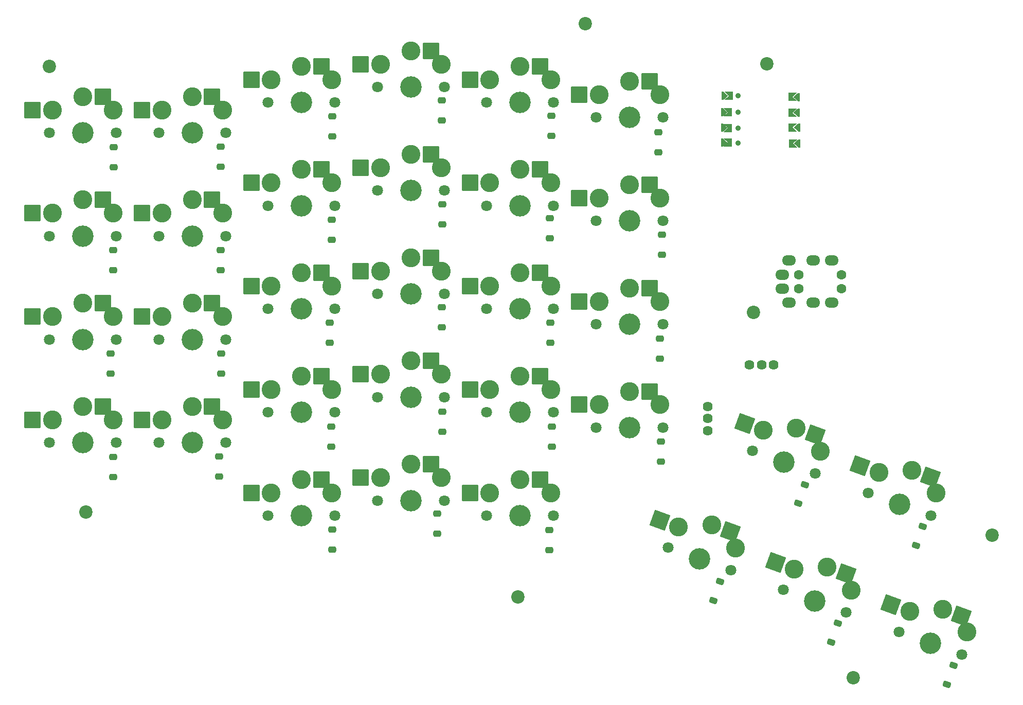
<source format=gbr>
%TF.GenerationSoftware,KiCad,Pcbnew,8.0.5*%
%TF.CreationDate,2024-12-08T15:47:30-07:00*%
%TF.ProjectId,Split V2,53706c69-7420-4563-922e-6b696361645f,rev?*%
%TF.SameCoordinates,Original*%
%TF.FileFunction,Soldermask,Top*%
%TF.FilePolarity,Negative*%
%FSLAX46Y46*%
G04 Gerber Fmt 4.6, Leading zero omitted, Abs format (unit mm)*
G04 Created by KiCad (PCBNEW 8.0.5) date 2024-12-08 15:47:30*
%MOMM*%
%LPD*%
G01*
G04 APERTURE LIST*
G04 Aperture macros list*
%AMRoundRect*
0 Rectangle with rounded corners*
0 $1 Rounding radius*
0 $2 $3 $4 $5 $6 $7 $8 $9 X,Y pos of 4 corners*
0 Add a 4 corners polygon primitive as box body*
4,1,4,$2,$3,$4,$5,$6,$7,$8,$9,$2,$3,0*
0 Add four circle primitives for the rounded corners*
1,1,$1+$1,$2,$3*
1,1,$1+$1,$4,$5*
1,1,$1+$1,$6,$7*
1,1,$1+$1,$8,$9*
0 Add four rect primitives between the rounded corners*
20,1,$1+$1,$2,$3,$4,$5,0*
20,1,$1+$1,$4,$5,$6,$7,0*
20,1,$1+$1,$6,$7,$8,$9,0*
20,1,$1+$1,$8,$9,$2,$3,0*%
%AMFreePoly0*
4,1,16,-0.268748,0.736095,-0.053455,0.733241,-0.020833,0.720556,0.670243,0.104055,0.686877,0.069591,0.674269,0.033459,0.670745,0.029887,-0.020331,-0.603612,-0.054755,-0.616751,-0.273640,-0.613962,-0.308806,-0.598868,-0.323003,-0.563822,-0.319411,0.686243,-0.304665,0.721556,-0.269267,0.736099,-0.268748,0.736095,-0.268748,0.736095,$1*%
%AMFreePoly1*
4,1,18,0.430189,0.257265,0.444834,0.221910,0.444834,-1.028090,0.430189,-1.063445,0.394834,-1.078090,-0.855166,-1.078090,-0.890521,-1.063445,-0.905166,-1.028090,-0.890521,-0.992735,-0.888451,-0.990779,-0.238633,-0.411084,-0.888953,0.185053,-0.905119,0.219739,-0.892023,0.255697,-0.857337,0.271863,-0.855166,0.271910,0.394834,0.271910,0.430189,0.257265,0.430189,0.257265,$1*%
%AMFreePoly2*
4,1,18,0.890521,0.257265,0.905166,0.221910,0.890521,0.186555,0.888953,0.185053,0.238633,-0.411084,0.888451,-0.990779,0.905085,-1.025243,0.892477,-1.061375,0.858013,-1.078009,0.855166,-1.078090,-0.394834,-1.078090,-0.430189,-1.063445,-0.444834,-1.028090,-0.444834,0.221910,-0.430189,0.257265,-0.394834,0.271910,0.855166,0.271910,0.890521,0.257265,0.890521,0.257265,$1*%
G04 Aperture macros list end*
%ADD10RoundRect,0.250000X0.400000X-0.250000X0.400000X0.250000X-0.400000X0.250000X-0.400000X-0.250000X0*%
%ADD11C,1.801800*%
%ADD12C,3.100000*%
%ADD13C,3.529000*%
%ADD14RoundRect,0.050000X-1.300000X-1.300000X1.300000X-1.300000X1.300000X1.300000X-1.300000X1.300000X0*%
%ADD15C,1.624000*%
%ADD16C,2.200000*%
%ADD17RoundRect,0.050000X-1.666227X-0.776974X0.776974X-1.666227X1.666227X0.776974X-0.776974X1.666227X0*%
%ADD18FreePoly0,0.000000*%
%ADD19C,0.900000*%
%ADD20FreePoly1,180.000000*%
%ADD21FreePoly2,0.000000*%
%ADD22FreePoly1,0.000000*%
%ADD23FreePoly0,180.000000*%
%ADD24FreePoly2,180.000000*%
%ADD25RoundRect,0.250000X0.290372X-0.371731X0.461382X0.098115X-0.290372X0.371731X-0.461382X-0.098115X0*%
%ADD26C,1.600000*%
%ADD27O,2.300000X1.700000*%
G04 APERTURE END LIST*
D10*
%TO.C,DX3\u002CY2*%
X132601803Y-93633910D03*
X132601803Y-90333910D03*
%TD*%
%TO.C,DX1\u002CY5*%
X186734423Y-130112226D03*
X186734423Y-126812226D03*
%TD*%
D11*
%TO.C,SWX1\u002CY0*%
X86110000Y-127040000D03*
D12*
X86610000Y-123290000D03*
X91610000Y-121090000D03*
D13*
X91610000Y-127040000D03*
D12*
X96610000Y-123290000D03*
D11*
X97110000Y-127040000D03*
D14*
X94885000Y-121090000D03*
X83335000Y-123290000D03*
%TD*%
D10*
%TO.C,DX3\u002CY3*%
X150762593Y-91086970D03*
X150762593Y-87786970D03*
%TD*%
D11*
%TO.C,SWX4\u002CY0*%
X86110000Y-76040000D03*
D12*
X86610000Y-72290000D03*
X91610000Y-70090000D03*
D13*
X91610000Y-76040000D03*
D12*
X96610000Y-72290000D03*
D11*
X97110000Y-76040000D03*
D14*
X94885000Y-70090000D03*
X83335000Y-72290000D03*
%TD*%
D15*
%TO.C,Joystick1*%
X194500629Y-125059163D03*
X205350629Y-114209163D03*
X194500629Y-123059163D03*
X203350629Y-114209163D03*
X194500629Y-121059163D03*
X201350629Y-114209163D03*
%TD*%
D16*
%TO.C,REF\u002A\u002A*%
X174342576Y-58074257D03*
%TD*%
D11*
%TO.C,SWX1\u002CY5*%
X176110000Y-124540000D03*
D12*
X176610000Y-120790000D03*
X181610000Y-118590000D03*
D13*
X181610000Y-124540000D03*
D12*
X186610000Y-120790000D03*
D11*
X187110000Y-124540000D03*
D14*
X184885000Y-118590000D03*
X173335000Y-120790000D03*
%TD*%
D11*
%TO.C,SWX1\u002CY4*%
X158110000Y-122040000D03*
D12*
X158610000Y-118290000D03*
X163610000Y-116090000D03*
D13*
X163610000Y-122040000D03*
D12*
X168610000Y-118290000D03*
D11*
X169110000Y-122040000D03*
D14*
X166885000Y-116090000D03*
X155335000Y-118290000D03*
%TD*%
D10*
%TO.C,DX2\u002CY2*%
X132211251Y-110611614D03*
X132211251Y-107311614D03*
%TD*%
D11*
%TO.C,SWX0\u002CY3*%
X187914140Y-144287073D03*
D12*
X189666561Y-140934236D03*
X195117469Y-140577013D03*
D13*
X193082449Y-146168184D03*
D12*
X199063488Y-144354437D03*
D11*
X198250758Y-148049295D03*
D17*
X198194962Y-141697129D03*
X186589068Y-139814120D03*
%TD*%
D10*
%TO.C,DX1\u002CY0*%
X96568428Y-132726583D03*
X96568428Y-129426583D03*
%TD*%
D11*
%TO.C,SWX3\u002CY1*%
X104110000Y-93040000D03*
D12*
X104610000Y-89290000D03*
X109610000Y-87090000D03*
D13*
X109610000Y-93040000D03*
D12*
X114610000Y-89290000D03*
D11*
X115110000Y-93040000D03*
D14*
X112885000Y-87090000D03*
X101335000Y-89290000D03*
%TD*%
D16*
%TO.C,REF\u002A\u002A*%
X204203785Y-64736757D03*
%TD*%
D10*
%TO.C,DX4\u002CY2*%
X132656338Y-76671168D03*
X132656338Y-73371168D03*
%TD*%
%TO.C,DX4\u002CY3*%
X150669480Y-74050404D03*
X150669480Y-70750404D03*
%TD*%
D18*
%TO.C,ProMicro1*%
X197110938Y-70059009D03*
D19*
X199486417Y-69986269D03*
D20*
X208200000Y-70536268D03*
D18*
X197000000Y-72736268D03*
D19*
X199450000Y-72636268D03*
D20*
X208200000Y-73186268D03*
D18*
X197000000Y-75286268D03*
D19*
X199450000Y-75286268D03*
D21*
X208150000Y-74736268D03*
D18*
X197000000Y-77736268D03*
D19*
X199500000Y-77736268D03*
D21*
X208250000Y-77386268D03*
D22*
X198046592Y-77232348D03*
D23*
X209350000Y-77736268D03*
D22*
X198046592Y-74832348D03*
D23*
X209350000Y-75086268D03*
D24*
X198050000Y-73086268D03*
D23*
X209300000Y-72686268D03*
D24*
X198193063Y-70388482D03*
D23*
X209300000Y-70086268D03*
%TD*%
D10*
%TO.C,DX3\u002CY4*%
X168517350Y-93412437D03*
X168517350Y-90112437D03*
%TD*%
D25*
%TO.C,DX0\u002CY5*%
X233833395Y-166809810D03*
X234962061Y-163708824D03*
%TD*%
D10*
%TO.C,DX1\u002CY1*%
X114009430Y-132615847D03*
X114009430Y-129315847D03*
%TD*%
D25*
%TO.C,DMR1*%
X228735487Y-143936229D03*
X229864153Y-140835243D03*
%TD*%
%TO.C,DX0\u002CY4*%
X214786712Y-159870321D03*
X215915378Y-156769335D03*
%TD*%
D10*
%TO.C,DX1\u002CY3*%
X150802734Y-125265948D03*
X150802734Y-121965948D03*
%TD*%
%TO.C,DX4\u002CY1*%
X114310987Y-81617400D03*
X114310987Y-78317400D03*
%TD*%
D11*
%TO.C,SWX3\u002CY2*%
X122110000Y-88040000D03*
D12*
X122610000Y-84290000D03*
X127610000Y-82090000D03*
D13*
X127610000Y-88040000D03*
D12*
X132610000Y-84290000D03*
D11*
X133110000Y-88040000D03*
D14*
X130885000Y-82090000D03*
X119335000Y-84290000D03*
%TD*%
D11*
%TO.C,SWX4\u002CY3*%
X140110000Y-68540000D03*
D12*
X140610000Y-64790000D03*
X145610000Y-62590000D03*
D13*
X145610000Y-68540000D03*
D12*
X150610000Y-64790000D03*
D11*
X151110000Y-68540000D03*
D14*
X148885000Y-62590000D03*
X137335000Y-64790000D03*
%TD*%
D10*
%TO.C,DX2\u002CY4*%
X168532832Y-110574702D03*
X168532832Y-107274702D03*
%TD*%
D11*
%TO.C,SWX2\u002CY2*%
X122110000Y-105040000D03*
D12*
X122610000Y-101290000D03*
X127610000Y-99090000D03*
D13*
X127610000Y-105040000D03*
D12*
X132610000Y-101290000D03*
D11*
X133110000Y-105040000D03*
D14*
X130885000Y-99090000D03*
X119335000Y-101290000D03*
%TD*%
D10*
%TO.C,DX4\u002CY5*%
X186326641Y-79255020D03*
X186326641Y-75955020D03*
%TD*%
D16*
%TO.C,REF\u002A\u002A*%
X218440000Y-165735000D03*
%TD*%
D11*
%TO.C,SWX0\u002CY0*%
X122110000Y-139040000D03*
D12*
X122610000Y-135290000D03*
X127610000Y-133090000D03*
D13*
X127610000Y-139040000D03*
D12*
X132610000Y-135290000D03*
D11*
X133110000Y-139040000D03*
D14*
X130885000Y-133090000D03*
X119335000Y-135290000D03*
%TD*%
D26*
%TO.C,J1*%
X216455848Y-99379405D03*
X209455848Y-99379405D03*
X216455848Y-101679405D03*
X209455848Y-101679405D03*
D27*
X206755848Y-99379405D03*
X206755848Y-101679405D03*
X207855848Y-97079405D03*
X207855848Y-103979405D03*
X211855848Y-97079405D03*
X211855848Y-103979405D03*
X214855848Y-97079405D03*
X214855848Y-103979405D03*
%TD*%
D10*
%TO.C,DX1\u002CY4*%
X168803195Y-127689087D03*
X168803195Y-124389087D03*
%TD*%
%TO.C,DX3\u002CY0*%
X96612432Y-98617053D03*
X96612432Y-95317053D03*
%TD*%
D11*
%TO.C,SWX3\u002CY4*%
X158110000Y-88040000D03*
D12*
X158610000Y-84290000D03*
X163610000Y-82090000D03*
D13*
X163610000Y-88040000D03*
D12*
X168610000Y-84290000D03*
D11*
X169110000Y-88040000D03*
D14*
X166885000Y-82090000D03*
X155335000Y-84290000D03*
%TD*%
D11*
%TO.C,SWX2\u002CY5*%
X176110000Y-107540000D03*
D12*
X176610000Y-103790000D03*
X181610000Y-101590000D03*
D13*
X181610000Y-107540000D03*
D12*
X186610000Y-103790000D03*
D11*
X187110000Y-107540000D03*
D14*
X184885000Y-101590000D03*
X173335000Y-103790000D03*
%TD*%
D10*
%TO.C,DX3\u002CY1*%
X114256452Y-98653966D03*
X114256452Y-95353966D03*
%TD*%
D11*
%TO.C,SWX2\u002CY1*%
X104110000Y-110040000D03*
D12*
X104610000Y-106290000D03*
X109610000Y-104090000D03*
D13*
X109610000Y-110040000D03*
D12*
X114610000Y-106290000D03*
D11*
X115110000Y-110040000D03*
D14*
X112885000Y-104090000D03*
X101335000Y-106290000D03*
%TD*%
D25*
%TO.C,DX0\u002CY3*%
X195397269Y-152967652D03*
X196525935Y-149866666D03*
%TD*%
D11*
%TO.C,SWX1\u002CY3*%
X140110000Y-119540000D03*
D12*
X140610000Y-115790000D03*
X145610000Y-113590000D03*
D13*
X145610000Y-119540000D03*
D12*
X150610000Y-115790000D03*
D11*
X151110000Y-119540000D03*
D14*
X148885000Y-113590000D03*
X137335000Y-115790000D03*
%TD*%
D16*
%TO.C,REF\u002A\u002A*%
X163195000Y-152400000D03*
%TD*%
D10*
%TO.C,DX0\u002CY2*%
X168381064Y-144686128D03*
X168381064Y-141386128D03*
%TD*%
D11*
%TO.C,SWX2\u002CY4*%
X158110000Y-105040000D03*
D12*
X158610000Y-101290000D03*
X163610000Y-99090000D03*
D13*
X163610000Y-105040000D03*
D12*
X168610000Y-101290000D03*
D11*
X169110000Y-105040000D03*
D14*
X166885000Y-99090000D03*
X155335000Y-101290000D03*
%TD*%
D11*
%TO.C,SWX1\u002CY2*%
X122110000Y-122040000D03*
D12*
X122610000Y-118290000D03*
X127610000Y-116090000D03*
D13*
X127610000Y-122040000D03*
D12*
X132610000Y-118290000D03*
D11*
X133110000Y-122040000D03*
D14*
X130885000Y-116090000D03*
X119335000Y-118290000D03*
%TD*%
D16*
%TO.C,REF\u002A\u002A*%
X202046541Y-105604357D03*
%TD*%
D10*
%TO.C,DX3\u002CY5*%
X186899613Y-96143938D03*
X186899613Y-92843938D03*
%TD*%
%TO.C,DX4\u002CY0*%
X96703880Y-81691224D03*
X96703880Y-78391224D03*
%TD*%
D11*
%TO.C,SWML1*%
X201862915Y-128352981D03*
D12*
X203615336Y-125000144D03*
X209066244Y-124642921D03*
D13*
X207031224Y-130234092D03*
D12*
X213012263Y-128420345D03*
D11*
X212199533Y-132115203D03*
D17*
X212143737Y-125763037D03*
X200537843Y-123880028D03*
%TD*%
D11*
%TO.C,SWX0\u002CY1*%
X140110000Y-136540000D03*
D12*
X140610000Y-132790000D03*
X145610000Y-130590000D03*
D13*
X145610000Y-136540000D03*
D12*
X150610000Y-132790000D03*
D11*
X151110000Y-136540000D03*
D14*
X148885000Y-130590000D03*
X137335000Y-132790000D03*
%TD*%
D25*
%TO.C,DML1*%
X209346044Y-137033560D03*
X210474710Y-133932574D03*
%TD*%
D11*
%TO.C,SWX4\u002CY4*%
X158110000Y-71040000D03*
D12*
X158610000Y-67290000D03*
X163610000Y-65090000D03*
D13*
X163610000Y-71040000D03*
D12*
X168610000Y-67290000D03*
D11*
X169110000Y-71040000D03*
D14*
X166885000Y-65090000D03*
X155335000Y-67290000D03*
%TD*%
D17*
%TO.C,SWX0\u002CY4*%
X205617844Y-146740028D03*
X217223738Y-148623037D03*
D11*
X217279534Y-154975203D03*
D12*
X218092264Y-151280345D03*
D13*
X212111225Y-153094092D03*
D12*
X214146245Y-147502921D03*
X208695337Y-147860144D03*
D11*
X206942916Y-151212981D03*
%TD*%
%TO.C,SWX2\u002CY3*%
X140110000Y-102540000D03*
D12*
X140610000Y-98790000D03*
X145610000Y-96590000D03*
D13*
X145610000Y-102540000D03*
D12*
X150610000Y-98790000D03*
D11*
X151110000Y-102540000D03*
D14*
X148885000Y-96590000D03*
X137335000Y-98790000D03*
%TD*%
D11*
%TO.C,SWX3\u002CY3*%
X140110000Y-85540000D03*
D12*
X140610000Y-81790000D03*
X145610000Y-79590000D03*
D13*
X145610000Y-85540000D03*
D12*
X150610000Y-81790000D03*
D11*
X151110000Y-85540000D03*
D14*
X148885000Y-79590000D03*
X137335000Y-81790000D03*
%TD*%
D11*
%TO.C,SWX0\u002CY2*%
X158110000Y-139040000D03*
D12*
X158610000Y-135290000D03*
X163610000Y-133090000D03*
D13*
X163610000Y-139040000D03*
D12*
X168610000Y-135290000D03*
D11*
X169110000Y-139040000D03*
D14*
X166885000Y-133090000D03*
X155335000Y-135290000D03*
%TD*%
D11*
%TO.C,SWX1\u002CY1*%
X104110000Y-127040000D03*
D12*
X104610000Y-123290000D03*
X109610000Y-121090000D03*
D13*
X109610000Y-127040000D03*
D12*
X114610000Y-123290000D03*
D11*
X115110000Y-127040000D03*
D14*
X112885000Y-121090000D03*
X101335000Y-123290000D03*
%TD*%
D10*
%TO.C,DX1\u002CY2*%
X132525342Y-127689087D03*
X132525342Y-124389087D03*
%TD*%
D11*
%TO.C,SWX4\u002CY5*%
X176110000Y-73540000D03*
D12*
X176610000Y-69790000D03*
X181610000Y-67590000D03*
D13*
X181610000Y-73540000D03*
D12*
X186610000Y-69790000D03*
D11*
X187110000Y-73540000D03*
D14*
X184885000Y-67590000D03*
X173335000Y-69790000D03*
%TD*%
D16*
%TO.C,REF\u002A\u002A*%
X241300000Y-142240000D03*
%TD*%
D10*
%TO.C,DX2\u002CY0*%
X96184969Y-115631670D03*
X96184969Y-112331670D03*
%TD*%
D11*
%TO.C,SWX3\u002CY0*%
X86110000Y-93040000D03*
D12*
X86610000Y-89290000D03*
X91610000Y-87090000D03*
D13*
X91610000Y-93040000D03*
D12*
X96610000Y-89290000D03*
D11*
X97110000Y-93040000D03*
D14*
X94885000Y-87090000D03*
X83335000Y-89290000D03*
%TD*%
D10*
%TO.C,DX2\u002CY5*%
X186582733Y-113250911D03*
X186582733Y-109950911D03*
%TD*%
D16*
%TO.C,REF\u002A\u002A*%
X86119409Y-65103368D03*
%TD*%
%TO.C,REF\u002A\u002A*%
X92075000Y-138430000D03*
%TD*%
D10*
%TO.C,DX2\u002CY1*%
X114382671Y-115668582D03*
X114382671Y-112368582D03*
%TD*%
D11*
%TO.C,SWX4\u002CY1*%
X104110000Y-76040000D03*
D12*
X104610000Y-72290000D03*
X109610000Y-70090000D03*
D13*
X109610000Y-76040000D03*
D12*
X114610000Y-72290000D03*
D11*
X115110000Y-76040000D03*
D14*
X112885000Y-70090000D03*
X101335000Y-72290000D03*
%TD*%
D10*
%TO.C,DX0\u002CY0*%
X132668535Y-144630760D03*
X132668535Y-141330760D03*
%TD*%
D11*
%TO.C,SWX3\u002CY5*%
X176110000Y-90540000D03*
D12*
X176610000Y-86790000D03*
X181610000Y-84590000D03*
D13*
X181610000Y-90540000D03*
D12*
X186610000Y-86790000D03*
D11*
X187110000Y-90540000D03*
D14*
X184885000Y-84590000D03*
X173335000Y-86790000D03*
%TD*%
D10*
%TO.C,DX2\u002CY3*%
X150704251Y-108053335D03*
X150704251Y-104753335D03*
%TD*%
D11*
%TO.C,SWX2\u002CY0*%
X86110000Y-110040000D03*
D12*
X86610000Y-106290000D03*
X91610000Y-104090000D03*
D13*
X91610000Y-110040000D03*
D12*
X96610000Y-106290000D03*
D11*
X97110000Y-110040000D03*
D14*
X94885000Y-104090000D03*
X83335000Y-106290000D03*
%TD*%
D10*
%TO.C,DX4\u002CY4*%
X168719533Y-76560432D03*
X168719533Y-73260432D03*
%TD*%
%TO.C,DX0\u002CY1*%
X149943433Y-141973083D03*
X149943433Y-138673083D03*
%TD*%
D11*
%TO.C,SWX4\u002CY2*%
X122110000Y-71040000D03*
D12*
X122610000Y-67290000D03*
X127610000Y-65090000D03*
D13*
X127610000Y-71040000D03*
D12*
X132610000Y-67290000D03*
D11*
X133110000Y-71040000D03*
D14*
X130885000Y-65090000D03*
X119335000Y-67290000D03*
%TD*%
D11*
%TO.C,SWX0\u002CY5*%
X225971691Y-158138889D03*
D12*
X227724112Y-154786052D03*
X233175020Y-154428829D03*
D13*
X231140000Y-160020000D03*
D12*
X237121039Y-158206253D03*
D11*
X236308309Y-161901111D03*
D17*
X236252513Y-155548945D03*
X224646619Y-153665936D03*
%TD*%
D11*
%TO.C,SWMR1*%
X220891691Y-135278889D03*
D12*
X222644112Y-131926052D03*
X228095020Y-131568829D03*
D13*
X226060000Y-137160000D03*
D12*
X232041039Y-135346253D03*
D11*
X231228309Y-139041111D03*
D17*
X231172513Y-132688945D03*
X219566619Y-130805936D03*
%TD*%
M02*

</source>
